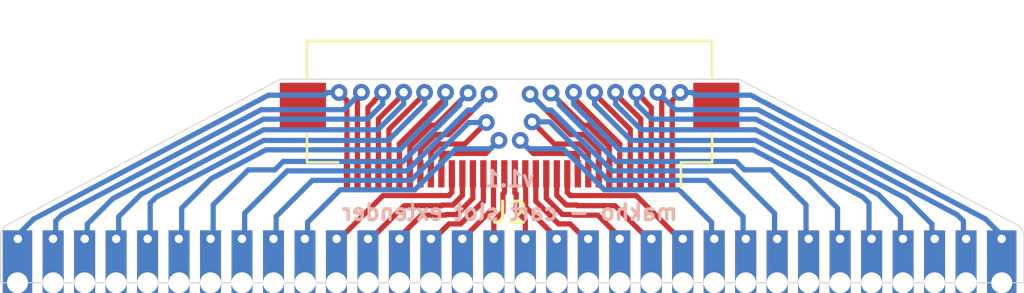
<source format=kicad_pcb>
(kicad_pcb (version 20171130) (host pcbnew "(5.1.5)-2")

  (general
    (thickness 1.6)
    (drawings 14)
    (tracks 355)
    (zones 0)
    (modules 2)
    (nets 33)
  )

  (page A4)
  (layers
    (0 F.Cu signal)
    (31 B.Cu signal)
    (32 B.Adhes user)
    (33 F.Adhes user)
    (34 B.Paste user)
    (35 F.Paste user)
    (36 B.SilkS user)
    (37 F.SilkS user)
    (38 B.Mask user)
    (39 F.Mask user)
    (40 Dwgs.User user)
    (41 Cmts.User user)
    (42 Eco1.User user)
    (43 Eco2.User user)
    (44 Edge.Cuts user)
    (45 Margin user)
    (46 B.CrtYd user)
    (47 F.CrtYd user)
    (48 B.Fab user)
    (49 F.Fab user)
  )

  (setup
    (last_trace_width 0.25)
    (trace_clearance 0.2)
    (zone_clearance 0.508)
    (zone_45_only no)
    (trace_min 0.2)
    (via_size 0.8)
    (via_drill 0.4)
    (via_min_size 0.4)
    (via_min_drill 0.3)
    (uvia_size 0.3)
    (uvia_drill 0.1)
    (uvias_allowed no)
    (uvia_min_size 0.2)
    (uvia_min_drill 0.1)
    (edge_width 0.05)
    (segment_width 0.2)
    (pcb_text_width 0.3)
    (pcb_text_size 1.5 1.5)
    (mod_edge_width 0.12)
    (mod_text_size 1 1)
    (mod_text_width 0.15)
    (pad_size 1.524 1.524)
    (pad_drill 0.762)
    (pad_to_mask_clearance 0.051)
    (solder_mask_min_width 0.25)
    (aux_axis_origin 0 0)
    (visible_elements 7FFFFFFF)
    (pcbplotparams
      (layerselection 0x010f0_ffffffff)
      (usegerberextensions true)
      (usegerberattributes false)
      (usegerberadvancedattributes false)
      (creategerberjobfile false)
      (excludeedgelayer true)
      (linewidth 0.100000)
      (plotframeref false)
      (viasonmask false)
      (mode 1)
      (useauxorigin false)
      (hpglpennumber 1)
      (hpglpenspeed 20)
      (hpglpendiameter 15.000000)
      (psnegative false)
      (psa4output false)
      (plotreference true)
      (plotvalue true)
      (plotinvisibletext false)
      (padsonsilk false)
      (subtractmaskfromsilk false)
      (outputformat 1)
      (mirror false)
      (drillshape 0)
      (scaleselection 1)
      (outputdirectory "bottom pcb gerber/"))
  )

  (net 0 "")
  (net 1 "Net-(J1-Pad1)")
  (net 2 "Net-(J1-Pad2)")
  (net 3 "Net-(J1-Pad4)")
  (net 4 "Net-(J1-Pad5)")
  (net 5 "Net-(J1-Pad6)")
  (net 6 "Net-(J1-Pad7)")
  (net 7 "Net-(J1-Pad8)")
  (net 8 "Net-(J1-Pad9)")
  (net 9 "Net-(J1-Pad10)")
  (net 10 "Net-(J1-Pad11)")
  (net 11 "Net-(J1-Pad12)")
  (net 12 "Net-(J1-Pad13)")
  (net 13 "Net-(J1-Pad14)")
  (net 14 "Net-(J1-Pad15)")
  (net 15 "Net-(J1-Pad16)")
  (net 16 "Net-(J1-Pad17)")
  (net 17 "Net-(J1-Pad18)")
  (net 18 "Net-(J1-Pad19)")
  (net 19 "Net-(J1-Pad20)")
  (net 20 "Net-(J1-Pad21)")
  (net 21 "Net-(J1-Pad3)")
  (net 22 "Net-(J1-Pad22)")
  (net 23 "Net-(J1-Pad23)")
  (net 24 "Net-(J1-Pad24)")
  (net 25 "Net-(J1-Pad25)")
  (net 26 "Net-(J1-Pad26)")
  (net 27 "Net-(J1-Pad27)")
  (net 28 "Net-(J1-Pad28)")
  (net 29 "Net-(J1-Pad29)")
  (net 30 "Net-(J1-Pad30)")
  (net 31 "Net-(J1-Pad31)")
  (net 32 "Net-(J1-Pad32)")

  (net_class Default "This is the default net class."
    (clearance 0.2)
    (trace_width 0.25)
    (via_dia 0.8)
    (via_drill 0.4)
    (uvia_dia 0.3)
    (uvia_drill 0.1)
    (add_net "Net-(J1-Pad1)")
    (add_net "Net-(J1-Pad10)")
    (add_net "Net-(J1-Pad11)")
    (add_net "Net-(J1-Pad12)")
    (add_net "Net-(J1-Pad13)")
    (add_net "Net-(J1-Pad14)")
    (add_net "Net-(J1-Pad15)")
    (add_net "Net-(J1-Pad16)")
    (add_net "Net-(J1-Pad17)")
    (add_net "Net-(J1-Pad18)")
    (add_net "Net-(J1-Pad19)")
    (add_net "Net-(J1-Pad2)")
    (add_net "Net-(J1-Pad20)")
    (add_net "Net-(J1-Pad21)")
    (add_net "Net-(J1-Pad22)")
    (add_net "Net-(J1-Pad23)")
    (add_net "Net-(J1-Pad24)")
    (add_net "Net-(J1-Pad25)")
    (add_net "Net-(J1-Pad26)")
    (add_net "Net-(J1-Pad27)")
    (add_net "Net-(J1-Pad28)")
    (add_net "Net-(J1-Pad29)")
    (add_net "Net-(J1-Pad3)")
    (add_net "Net-(J1-Pad30)")
    (add_net "Net-(J1-Pad31)")
    (add_net "Net-(J1-Pad32)")
    (add_net "Net-(J1-Pad4)")
    (add_net "Net-(J1-Pad5)")
    (add_net "Net-(J1-Pad6)")
    (add_net "Net-(J1-Pad7)")
    (add_net "Net-(J1-Pad8)")
    (add_net "Net-(J1-Pad9)")
  )

  (module Connector_FFC-FPC:Hirose_FH12-32S-0.5SH_1x32-1MP_P0.50mm_Horizontal (layer F.Cu) (tedit 5E6D1EA2) (tstamp 5E6D3B8E)
    (at 0 0 180)
    (descr "Hirose FH12, FFC/FPC connector, FH12-32S-0.5SH, 32 Pins per row (https://www.hirose.com/product/en/products/FH12/FH12-24S-0.5SH(55)/), generated with kicad-footprint-generator")
    (tags "connector Hirose FH12 horizontal")
    (path /5E394A9B)
    (attr smd)
    (fp_text reference J2 (at 0 -3.7 180) (layer F.SilkS)
      (effects (font (size 1 1) (thickness 0.15)))
    )
    (fp_text value Conn_01x32_Male (at 0 5.6 180) (layer F.Fab)
      (effects (font (size 1 1) (thickness 0.15)))
    )
    (fp_text user %R (at 0 3.7 180) (layer F.Fab)
      (effects (font (size 1 1) (thickness 0.15)))
    )
    (fp_line (start 11.05 -3) (end -11.05 -3) (layer F.CrtYd) (width 0.05))
    (fp_line (start 11.05 4.9) (end 11.05 -3) (layer F.CrtYd) (width 0.05))
    (fp_line (start -11.05 4.9) (end 11.05 4.9) (layer F.CrtYd) (width 0.05))
    (fp_line (start -11.05 -3) (end -11.05 4.9) (layer F.CrtYd) (width 0.05))
    (fp_line (start -7.75 -0.492893) (end -7.25 -1.2) (layer F.Fab) (width 0.1))
    (fp_line (start -8.25 -1.2) (end -7.75 -0.492893) (layer F.Fab) (width 0.1))
    (fp_line (start -8.16 -1.3) (end -8.16 -2.5) (layer F.SilkS) (width 0.12))
    (fp_line (start 9.65 4.5) (end 9.65 2.76) (layer F.SilkS) (width 0.12))
    (fp_line (start -9.65 4.5) (end 9.65 4.5) (layer F.SilkS) (width 0.12))
    (fp_line (start -9.65 2.76) (end -9.65 4.5) (layer F.SilkS) (width 0.12))
    (fp_line (start 9.65 -1.3) (end 9.65 0.04) (layer F.SilkS) (width 0.12))
    (fp_line (start 8.16 -1.3) (end 9.65 -1.3) (layer F.SilkS) (width 0.12))
    (fp_line (start -9.65 -1.3) (end -9.65 0.04) (layer F.SilkS) (width 0.12))
    (fp_line (start -8.16 -1.3) (end -9.65 -1.3) (layer F.SilkS) (width 0.12))
    (fp_line (start 9.45 4.4) (end 0 4.4) (layer F.Fab) (width 0.1))
    (fp_line (start 9.45 3.7) (end 9.45 4.4) (layer F.Fab) (width 0.1))
    (fp_line (start 8.95 3.7) (end 9.45 3.7) (layer F.Fab) (width 0.1))
    (fp_line (start 8.95 3.4) (end 8.95 3.7) (layer F.Fab) (width 0.1))
    (fp_line (start 9.55 3.4) (end 8.95 3.4) (layer F.Fab) (width 0.1))
    (fp_line (start 9.55 -1.2) (end 9.55 3.4) (layer F.Fab) (width 0.1))
    (fp_line (start 0 -1.2) (end 9.55 -1.2) (layer F.Fab) (width 0.1))
    (fp_line (start -9.45 4.4) (end 0 4.4) (layer F.Fab) (width 0.1))
    (fp_line (start -9.45 3.7) (end -9.45 4.4) (layer F.Fab) (width 0.1))
    (fp_line (start -8.95 3.7) (end -9.45 3.7) (layer F.Fab) (width 0.1))
    (fp_line (start -8.95 3.4) (end -8.95 3.7) (layer F.Fab) (width 0.1))
    (fp_line (start -9.55 3.4) (end -8.95 3.4) (layer F.Fab) (width 0.1))
    (fp_line (start -9.55 -1.2) (end -9.55 3.4) (layer F.Fab) (width 0.1))
    (fp_line (start 0 -1.2) (end -9.55 -1.2) (layer F.Fab) (width 0.1))
    (pad 32 smd rect (at 7.75 -1.85 180) (size 0.3 1.3) (layers F.Cu F.Paste F.Mask)
      (net 1 "Net-(J1-Pad1)"))
    (pad 31 smd rect (at 7.25 -1.85 180) (size 0.3 1.3) (layers F.Cu F.Paste F.Mask)
      (net 2 "Net-(J1-Pad2)"))
    (pad 30 smd rect (at 6.75 -1.85 180) (size 0.3 1.3) (layers F.Cu F.Paste F.Mask)
      (net 21 "Net-(J1-Pad3)"))
    (pad 29 smd rect (at 6.25 -1.85 180) (size 0.3 1.3) (layers F.Cu F.Paste F.Mask)
      (net 3 "Net-(J1-Pad4)"))
    (pad 28 smd rect (at 5.75 -1.85 180) (size 0.3 1.3) (layers F.Cu F.Paste F.Mask)
      (net 4 "Net-(J1-Pad5)"))
    (pad 27 smd rect (at 5.25 -1.85 180) (size 0.3 1.3) (layers F.Cu F.Paste F.Mask)
      (net 5 "Net-(J1-Pad6)"))
    (pad 26 smd rect (at 4.75 -1.85 180) (size 0.3 1.3) (layers F.Cu F.Paste F.Mask)
      (net 6 "Net-(J1-Pad7)"))
    (pad 25 smd rect (at 4.25 -1.85 180) (size 0.3 1.3) (layers F.Cu F.Paste F.Mask)
      (net 7 "Net-(J1-Pad8)"))
    (pad 24 smd rect (at 3.75 -1.85 180) (size 0.3 1.3) (layers F.Cu F.Paste F.Mask)
      (net 8 "Net-(J1-Pad9)"))
    (pad 23 smd rect (at 3.25 -1.85 180) (size 0.3 1.3) (layers F.Cu F.Paste F.Mask)
      (net 9 "Net-(J1-Pad10)"))
    (pad 22 smd rect (at 2.75 -1.85 180) (size 0.3 1.3) (layers F.Cu F.Paste F.Mask)
      (net 10 "Net-(J1-Pad11)"))
    (pad 21 smd rect (at 2.25 -1.85 180) (size 0.3 1.3) (layers F.Cu F.Paste F.Mask)
      (net 11 "Net-(J1-Pad12)"))
    (pad 20 smd rect (at 1.75 -1.85 180) (size 0.3 1.3) (layers F.Cu F.Paste F.Mask)
      (net 12 "Net-(J1-Pad13)"))
    (pad 19 smd rect (at 1.25 -1.85 180) (size 0.3 1.3) (layers F.Cu F.Paste F.Mask)
      (net 13 "Net-(J1-Pad14)"))
    (pad 18 smd rect (at 0.75 -1.85 180) (size 0.3 1.3) (layers F.Cu F.Paste F.Mask)
      (net 14 "Net-(J1-Pad15)"))
    (pad 17 smd rect (at 0.25 -1.85 180) (size 0.3 1.3) (layers F.Cu F.Paste F.Mask)
      (net 15 "Net-(J1-Pad16)"))
    (pad 16 smd rect (at -0.25 -1.85 180) (size 0.3 1.3) (layers F.Cu F.Paste F.Mask)
      (net 16 "Net-(J1-Pad17)"))
    (pad 15 smd rect (at -0.75 -1.85 180) (size 0.3 1.3) (layers F.Cu F.Paste F.Mask)
      (net 17 "Net-(J1-Pad18)"))
    (pad 14 smd rect (at -1.25 -1.85 180) (size 0.3 1.3) (layers F.Cu F.Paste F.Mask)
      (net 18 "Net-(J1-Pad19)"))
    (pad 13 smd rect (at -1.75 -1.85 180) (size 0.3 1.3) (layers F.Cu F.Paste F.Mask)
      (net 19 "Net-(J1-Pad20)"))
    (pad 12 smd rect (at -2.25 -1.85 180) (size 0.3 1.3) (layers F.Cu F.Paste F.Mask)
      (net 20 "Net-(J1-Pad21)"))
    (pad 11 smd rect (at -2.75 -1.85 180) (size 0.3 1.3) (layers F.Cu F.Paste F.Mask)
      (net 22 "Net-(J1-Pad22)"))
    (pad 10 smd rect (at -3.25 -1.85 180) (size 0.3 1.3) (layers F.Cu F.Paste F.Mask)
      (net 23 "Net-(J1-Pad23)"))
    (pad 9 smd rect (at -3.75 -1.85 180) (size 0.3 1.3) (layers F.Cu F.Paste F.Mask)
      (net 24 "Net-(J1-Pad24)"))
    (pad 8 smd rect (at -4.25 -1.85 180) (size 0.3 1.3) (layers F.Cu F.Paste F.Mask)
      (net 25 "Net-(J1-Pad25)"))
    (pad 7 smd rect (at -4.75 -1.85 180) (size 0.3 1.3) (layers F.Cu F.Paste F.Mask)
      (net 26 "Net-(J1-Pad26)"))
    (pad 6 smd rect (at -5.25 -1.85 180) (size 0.3 1.3) (layers F.Cu F.Paste F.Mask)
      (net 27 "Net-(J1-Pad27)"))
    (pad 5 smd rect (at -5.75 -1.85 180) (size 0.3 1.3) (layers F.Cu F.Paste F.Mask)
      (net 28 "Net-(J1-Pad28)"))
    (pad 4 smd rect (at -6.25 -1.85 180) (size 0.3 1.3) (layers F.Cu F.Paste F.Mask)
      (net 29 "Net-(J1-Pad29)"))
    (pad 3 smd rect (at -6.75 -1.85 180) (size 0.3 1.3) (layers F.Cu F.Paste F.Mask)
      (net 30 "Net-(J1-Pad30)"))
    (pad 2 smd rect (at -7.25 -1.85 180) (size 0.3 1.3) (layers F.Cu F.Paste F.Mask)
      (net 31 "Net-(J1-Pad31)"))
    (pad 1 smd rect (at -7.75 -1.85 180) (size 0.3 1.3) (layers F.Cu F.Paste F.Mask)
      (net 32 "Net-(J1-Pad32)"))
    (pad MP smd rect (at -9.85 1.4 180) (size 2.2 2.2) (layers F.Cu F.Paste F.Mask))
    (pad MP smd rect (at 9.85 1.4 180) (size 2.2 2.2) (layers F.Cu F.Paste F.Mask))
    (model ${KISYS3DMOD}/Connector_FFC-FPC.3dshapes/Hirose_FH12-32S-0.5SH_1x32-1MP_P0.50mm_Horizontal.wrl
      (at (xyz 0 0 0))
      (scale (xyz 1 1 1))
      (rotate (xyz 0 0 0))
    )
  )

  (module misc_footprints:GBBus_castellated (layer F.Cu) (tedit 5E6D2509) (tstamp 5E6D3C35)
    (at 0 4.5)
    (descr "Connector Pads for Gameboy Cartridges")
    (path /5E38E277)
    (fp_text reference J1 (at 23.12 -2.565) (layer F.SilkS) hide
      (effects (font (size 1.27 1.27) (thickness 0.15)))
    )
    (fp_text value GB_Cart_Conn (at 24.49 -7.525) (layer F.SilkS) hide
      (effects (font (size 1.27 1.27) (thickness 0.15)))
    )
    (pad 32 thru_hole rect (at 23.45 2.55 180) (size 1.4 3) (drill 1 (offset 0 1)) (layers *.Cu *.Mask)
      (net 32 "Net-(J1-Pad32)") (solder_mask_margin 0.0508))
    (pad 31 thru_hole rect (at 21.75 2.55 180) (size 1 3) (drill 1 (offset 0 1)) (layers *.Cu *.Mask)
      (net 31 "Net-(J1-Pad31)") (solder_mask_margin 0.0508))
    (pad 30 thru_hole rect (at 20.25 2.55 180) (size 1 3) (drill 1 (offset 0 1)) (layers *.Cu *.Mask)
      (net 30 "Net-(J1-Pad30)") (solder_mask_margin 0.0508))
    (pad 29 thru_hole rect (at 18.75 2.55 180) (size 1 3) (drill 1 (offset 0 1)) (layers *.Cu *.Mask)
      (net 29 "Net-(J1-Pad29)") (solder_mask_margin 0.0508))
    (pad 28 thru_hole rect (at 17.25 2.55 180) (size 1 3) (drill 1 (offset 0 1)) (layers *.Cu *.Mask)
      (net 28 "Net-(J1-Pad28)") (solder_mask_margin 0.0508))
    (pad 27 thru_hole rect (at 15.75 2.55 180) (size 1 3) (drill 1 (offset 0 1)) (layers *.Cu *.Mask)
      (net 27 "Net-(J1-Pad27)") (solder_mask_margin 0.0508))
    (pad 26 thru_hole rect (at 14.25 2.55 180) (size 1 3) (drill 1 (offset 0 1)) (layers *.Cu *.Mask)
      (net 26 "Net-(J1-Pad26)") (solder_mask_margin 0.0508))
    (pad 25 thru_hole rect (at 12.75 2.55 180) (size 1 3) (drill 1 (offset 0 1)) (layers *.Cu *.Mask)
      (net 25 "Net-(J1-Pad25)") (solder_mask_margin 0.0508))
    (pad 24 thru_hole rect (at 11.25 2.55 180) (size 1 3) (drill 1 (offset 0 1)) (layers *.Cu *.Mask)
      (net 24 "Net-(J1-Pad24)") (solder_mask_margin 0.0508))
    (pad 23 thru_hole rect (at 9.75 2.55 180) (size 1 3) (drill 1 (offset 0 1)) (layers *.Cu *.Mask)
      (net 23 "Net-(J1-Pad23)") (solder_mask_margin 0.0508))
    (pad 22 thru_hole rect (at 8.25 2.55 180) (size 1 3) (drill 1 (offset 0 1)) (layers *.Cu *.Mask)
      (net 22 "Net-(J1-Pad22)") (solder_mask_margin 0.0508))
    (pad 3 thru_hole rect (at -20.25 2.55 180) (size 1 3) (drill 1 (offset 0 1)) (layers *.Cu *.Mask)
      (net 21 "Net-(J1-Pad3)") (solder_mask_margin 0.0508))
    (pad 21 thru_hole rect (at 6.75 2.55 180) (size 1 3) (drill 1 (offset 0 1)) (layers *.Cu *.Mask)
      (net 20 "Net-(J1-Pad21)") (solder_mask_margin 0.0508))
    (pad 20 thru_hole rect (at 5.25 2.55 180) (size 1 3) (drill 1 (offset 0 1)) (layers *.Cu *.Mask)
      (net 19 "Net-(J1-Pad20)") (solder_mask_margin 0.0508))
    (pad 19 thru_hole rect (at 3.75 2.55 180) (size 1 3) (drill 1 (offset 0 1)) (layers *.Cu *.Mask)
      (net 18 "Net-(J1-Pad19)") (solder_mask_margin 0.0508))
    (pad 18 thru_hole rect (at 2.25 2.55 180) (size 1 3) (drill 1 (offset 0 1)) (layers *.Cu *.Mask)
      (net 17 "Net-(J1-Pad18)") (solder_mask_margin 0.0508))
    (pad 17 thru_hole rect (at 0.75 2.55 180) (size 1 3) (drill 1 (offset 0 1)) (layers *.Cu *.Mask)
      (net 16 "Net-(J1-Pad17)") (solder_mask_margin 0.0508))
    (pad 16 thru_hole rect (at -0.75 2.55 180) (size 1 3) (drill 1 (offset 0 1)) (layers *.Cu *.Mask)
      (net 15 "Net-(J1-Pad16)") (solder_mask_margin 0.0508))
    (pad 15 thru_hole rect (at -2.25 2.55 180) (size 1 3) (drill 1 (offset 0 1)) (layers *.Cu *.Mask)
      (net 14 "Net-(J1-Pad15)") (solder_mask_margin 0.0508))
    (pad 14 thru_hole rect (at -3.75 2.55 180) (size 1 3) (drill 1 (offset 0 1)) (layers *.Cu *.Mask)
      (net 13 "Net-(J1-Pad14)") (solder_mask_margin 0.0508))
    (pad 13 thru_hole rect (at -5.25 2.55 180) (size 1 3) (drill 1 (offset 0 1)) (layers *.Cu *.Mask)
      (net 12 "Net-(J1-Pad13)") (solder_mask_margin 0.0508))
    (pad 12 thru_hole rect (at -6.75 2.55 180) (size 1 3) (drill 1 (offset 0 1)) (layers *.Cu *.Mask)
      (net 11 "Net-(J1-Pad12)") (solder_mask_margin 0.0508))
    (pad 11 thru_hole rect (at -8.25 2.55 180) (size 1 3) (drill 1 (offset 0 1)) (layers *.Cu *.Mask)
      (net 10 "Net-(J1-Pad11)") (solder_mask_margin 0.0508))
    (pad 10 thru_hole rect (at -9.75 2.55 180) (size 1 3) (drill 1 (offset 0 1)) (layers *.Cu *.Mask)
      (net 9 "Net-(J1-Pad10)") (solder_mask_margin 0.0508))
    (pad 9 thru_hole rect (at -11.25 2.55 180) (size 1 3) (drill 1 (offset 0 1)) (layers *.Cu *.Mask)
      (net 8 "Net-(J1-Pad9)") (solder_mask_margin 0.0508))
    (pad 8 thru_hole rect (at -12.75 2.55 180) (size 1 3) (drill 1 (offset 0 1)) (layers *.Cu *.Mask)
      (net 7 "Net-(J1-Pad8)") (solder_mask_margin 0.0508))
    (pad 7 thru_hole rect (at -14.25 2.55 180) (size 1 3) (drill 1 (offset 0 1)) (layers *.Cu *.Mask)
      (net 6 "Net-(J1-Pad7)") (solder_mask_margin 0.0508))
    (pad 6 thru_hole rect (at -15.75 2.55 180) (size 1 3) (drill 1 (offset 0 1)) (layers *.Cu *.Mask)
      (net 5 "Net-(J1-Pad6)") (solder_mask_margin 0.0508))
    (pad 5 thru_hole rect (at -17.25 2.55 180) (size 1 3) (drill 1 (offset 0 1)) (layers *.Cu *.Mask)
      (net 4 "Net-(J1-Pad5)") (solder_mask_margin 0.0508))
    (pad 4 thru_hole rect (at -18.75 2.55 180) (size 1 3) (drill 1 (offset 0 1)) (layers *.Cu *.Mask)
      (net 3 "Net-(J1-Pad4)") (solder_mask_margin 0.0508))
    (pad 2 thru_hole rect (at -21.75 2.55 180) (size 1 3) (drill 1 (offset 0 1)) (layers *.Cu *.Mask)
      (net 2 "Net-(J1-Pad2)") (solder_mask_margin 0.0508))
    (pad 1 thru_hole rect (at -23.45 2.55 180) (size 1.4 3) (drill 1 (offset 0 1)) (layers *.Cu *.Mask)
      (net 1 "Net-(J1-Pad1)") (solder_mask_margin 0.0508))
  )

  (gr_arc (start 10.807699 -2.184401) (end 10.795 -2.667) (angle 35.58463104) (layer Edge.Cuts) (width 0.05) (tstamp 5E6D9B9B))
  (gr_arc (start -10.807699 -2.184401) (end -10.795 -2.667) (angle -35.58463104) (layer Edge.Cuts) (width 0.05))
  (gr_arc (start -23.5966 4.85) (end -24.257 4.85) (angle 65.29756977) (layer Edge.Cuts) (width 0.05) (tstamp 5E6D9B7E))
  (gr_arc (start 23.8506 4.85) (end 24.511 4.85) (angle -65.29756977) (layer Edge.Cuts) (width 0.05))
  (gr_text "makho - cart slot extender" (at 0 3.683) (layer B.SilkS) (tstamp 5E6D99FE)
    (effects (font (size 0.75 0.75) (thickness 0.15)) (justify mirror))
  )
  (gr_text v1.1 (at 0 2.0955) (layer B.SilkS) (tstamp 5E6D99F9)
    (effects (font (size 0.75 0.75) (thickness 0.15)) (justify mirror))
  )
  (gr_text v1.1 (at 0 2.0955) (layer B.Cu) (tstamp 5E6D99F6)
    (effects (font (size 0.75 0.75) (thickness 0.15)) (justify mirror))
  )
  (gr_text "makho - cart slot extender" (at 0 3.683) (layer B.Cu)
    (effects (font (size 0.75 0.75) (thickness 0.15)) (justify mirror))
  )
  (gr_line (start -24.257 4.85) (end -24.257 7.0485) (layer Edge.Cuts) (width 0.05))
  (gr_line (start -11.078198 -2.584268) (end -23.872585 4.250033) (layer Edge.Cuts) (width 0.05))
  (gr_line (start 10.795 -2.667) (end -10.795 -2.667) (layer Edge.Cuts) (width 0.05))
  (gr_line (start 24.126585 4.250033) (end 11.078198 -2.584268) (layer Edge.Cuts) (width 0.05))
  (gr_line (start 24.511 7.0485) (end 24.511 4.85) (layer Edge.Cuts) (width 0.05))
  (gr_line (start -24.257 7.0485) (end 24.511 7.0485) (layer Edge.Cuts) (width 0.05))

  (via (at -8.128 -2.032) (size 0.8) (drill 0.4) (layers F.Cu B.Cu) (net 1))
  (segment (start -7.75 1.85) (end -7.75 -1.654) (width 0.25) (layer F.Cu) (net 1))
  (segment (start -7.75 -1.654) (end -8.128 -2.032) (width 0.25) (layer F.Cu) (net 1))
  (segment (start -8.128 -2.032) (end -8.693685 -2.032) (width 0.25) (layer B.Cu) (net 1))
  (segment (start -8.693685 -2.032) (end -8.820685 -1.905) (width 0.25) (layer B.Cu) (net 1))
  (segment (start -22.673045 4.004045) (end -23.325 4.656) (width 0.25) (layer B.Cu) (net 1))
  (segment (start -23.325 4.656) (end -23.325 4.8465) (width 0.25) (layer B.Cu) (net 1))
  (segment (start -11.488066 -1.905) (end -11.838224 -1.720011) (width 0.25) (layer B.Cu) (net 1))
  (segment (start -8.820685 -1.905) (end -11.488066 -1.905) (width 0.25) (layer B.Cu) (net 1))
  (segment (start -11.838224 -1.720011) (end -22.673045 4.004045) (width 0.25) (layer B.Cu) (net 1))
  (segment (start -23.325 4.8465) (end -23.325 6.76199) (width 0.25) (layer B.Cu) (net 1) (tstamp 5E6D9A03))
  (via (at -23.4315 4.953) (size 0.8) (drill 0.4) (layers F.Cu B.Cu) (net 1))
  (segment (start -7.892785 -1.212011) (end -7.462805 -1.641991) (width 0.25) (layer B.Cu) (net 2))
  (segment (start -11.836428 -1.212011) (end -7.892785 -1.212011) (width 0.25) (layer B.Cu) (net 2))
  (via (at -7.062806 -2.04199) (size 0.8) (drill 0.4) (layers F.Cu B.Cu) (net 2))
  (segment (start -7.25 1.85) (end -7.25 -1.854796) (width 0.25) (layer F.Cu) (net 2))
  (segment (start -7.25 -1.854796) (end -7.062806 -2.04199) (width 0.25) (layer F.Cu) (net 2))
  (segment (start -21.625 4.099) (end -21.328858 3.802858) (width 0.25) (layer B.Cu) (net 2))
  (segment (start -21.328858 3.802858) (end -11.836428 -1.212011) (width 0.25) (layer B.Cu) (net 2))
  (segment (start -21.625 6.76199) (end -21.625 4.861) (width 0.25) (layer B.Cu) (net 2))
  (segment (start -7.462805 -1.641991) (end -7.062806 -2.04199) (width 0.25) (layer B.Cu) (net 2))
  (segment (start -21.625 4.861) (end -21.625 4.099) (width 0.25) (layer B.Cu) (net 2) (tstamp 5E6D9A05))
  (via (at -21.7551 4.953) (size 0.8) (drill 0.4) (layers F.Cu B.Cu) (net 2))
  (via (at -5.050135 -2.04199) (size 0.8) (drill 0.4) (layers F.Cu B.Cu) (net 3))
  (segment (start -6.25 -0.769132) (end -5.050135 -1.968997) (width 0.25) (layer F.Cu) (net 3))
  (segment (start -6.27244 -0.254) (end -5.050135 -1.476305) (width 0.25) (layer B.Cu) (net 3))
  (segment (start -5.050135 -1.476305) (end -5.050135 -2.04199) (width 0.25) (layer B.Cu) (net 3))
  (segment (start -11.723067 -0.254) (end -6.27244 -0.254) (width 0.25) (layer B.Cu) (net 3))
  (segment (start -6.25 1.85) (end -6.25 -0.769132) (width 0.25) (layer F.Cu) (net 3))
  (segment (start -5.050135 -1.968997) (end -5.050135 -2.04199) (width 0.25) (layer F.Cu) (net 3))
  (segment (start -18.625 3.893) (end -17.563524 2.831524) (width 0.25) (layer B.Cu) (net 3))
  (segment (start -17.563524 2.831524) (end -11.723067 -0.254) (width 0.25) (layer B.Cu) (net 3))
  (segment (start -18.625 6.76199) (end -18.625 4.782) (width 0.25) (layer B.Cu) (net 3))
  (segment (start -18.625 4.782) (end -18.625 3.893) (width 0.25) (layer B.Cu) (net 3) (tstamp 5E6D9A09))
  (via (at -18.7452 4.953) (size 0.8) (drill 0.4) (layers F.Cu B.Cu) (net 3))
  (via (at -4.050142 -2.037915) (size 0.8) (drill 0.4) (layers F.Cu B.Cu) (net 4))
  (segment (start -4.050142 -1.47223) (end -4.050142 -2.037915) (width 0.25) (layer B.Cu) (net 4))
  (segment (start -4.050142 -1.968981) (end -4.050142 -2.037915) (width 0.25) (layer F.Cu) (net 4))
  (segment (start -5.75 1.85) (end -5.75 -0.269123) (width 0.25) (layer F.Cu) (net 4))
  (segment (start -17.125 6.76199) (end -17.125 4.806) (width 0.25) (layer B.Cu) (net 4))
  (segment (start -5.776372 0.254) (end -4.050142 -1.47223) (width 0.25) (layer B.Cu) (net 4))
  (segment (start -5.75 -0.269123) (end -4.050142 -1.968981) (width 0.25) (layer F.Cu) (net 4))
  (segment (start -11.721271 0.254) (end -5.776372 0.254) (width 0.25) (layer B.Cu) (net 4))
  (segment (start -16.83401 2.955069) (end -11.721271 0.254) (width 0.25) (layer B.Cu) (net 4))
  (segment (start -17.125 3.246059) (end -16.83401 2.955069) (width 0.25) (layer B.Cu) (net 4))
  (segment (start -17.125 4.806) (end -17.125 3.246059) (width 0.25) (layer B.Cu) (net 4) (tstamp 5E6D9A0B))
  (via (at -17.2466 4.953) (size 0.8) (drill 0.4) (layers F.Cu B.Cu) (net 4))
  (via (at -3.050139 -2.04199) (size 0.8) (drill 0.4) (layers F.Cu B.Cu) (net 5))
  (segment (start -11.609708 0.70401) (end -5.230454 0.70401) (width 0.25) (layer B.Cu) (net 5))
  (segment (start -3.050139 -1.476305) (end -3.050139 -2.04199) (width 0.25) (layer B.Cu) (net 5))
  (segment (start -15.625 6.76199) (end -15.625 4.8935) (width 0.25) (layer B.Cu) (net 5))
  (segment (start -14.220285 2.083182) (end -11.609708 0.70401) (width 0.25) (layer B.Cu) (net 5))
  (segment (start -15.625 3.487897) (end -14.220285 2.083182) (width 0.25) (layer B.Cu) (net 5))
  (segment (start -5.230454 0.70401) (end -3.050139 -1.476305) (width 0.25) (layer B.Cu) (net 5))
  (segment (start -3.050139 -1.780507) (end -3.050139 -2.04199) (width 0.25) (layer F.Cu) (net 5))
  (segment (start -5.25 1.85) (end -5.25 0.419354) (width 0.25) (layer F.Cu) (net 5))
  (segment (start -5.25 0.419354) (end -3.050139 -1.780507) (width 0.25) (layer F.Cu) (net 5))
  (segment (start -15.625 4.8935) (end -15.625 3.487897) (width 0.25) (layer B.Cu) (net 5) (tstamp 5E6D9A0D))
  (via (at -15.7607 4.953) (size 0.8) (drill 0.4) (layers F.Cu B.Cu) (net 5))
  (via (at -1.975114 -2.008581) (size 0.8) (drill 0.4) (layers F.Cu B.Cu) (net 6))
  (segment (start -4.75 1.85) (end -4.75 0.555765) (width 0.25) (layer F.Cu) (net 6))
  (segment (start -2.375113 -1.608582) (end -1.975114 -2.008581) (width 0.25) (layer F.Cu) (net 6))
  (segment (start -3.719201 -0.475034) (end -3.508661 -0.475034) (width 0.25) (layer F.Cu) (net 6))
  (segment (start -4.75 0.555765) (end -3.719201 -0.475034) (width 0.25) (layer F.Cu) (net 6))
  (segment (start -3.508661 -0.475034) (end -2.375113 -1.608582) (width 0.25) (layer F.Cu) (net 6))
  (segment (start -10.7868 1.258978) (end -5.07321 1.258978) (width 0.25) (layer B.Cu) (net 6))
  (segment (start -2.375113 -1.439119) (end -2.375113 -1.608582) (width 0.25) (layer B.Cu) (net 6))
  (segment (start -2.375113 -1.608582) (end -1.975114 -2.008581) (width 0.25) (layer B.Cu) (net 6))
  (segment (start -5.07321 1.258978) (end -2.375113 -1.439119) (width 0.25) (layer B.Cu) (net 6))
  (segment (start -11.186821 1.658999) (end -10.7868 1.258978) (width 0.25) (layer B.Cu) (net 6))
  (segment (start -14.125 6.76199) (end -14.125 4.854) (width 0.25) (layer B.Cu) (net 6))
  (segment (start -12.453999 1.658999) (end -11.186821 1.658999) (width 0.25) (layer B.Cu) (net 6))
  (segment (start -14.125 3.33) (end -12.453999 1.658999) (width 0.25) (layer B.Cu) (net 6))
  (segment (start -14.125 4.854) (end -14.125 3.33) (width 0.25) (layer B.Cu) (net 6) (tstamp 5E6D9A0F))
  (via (at -14.2494 4.953) (size 0.8) (drill 0.4) (layers F.Cu B.Cu) (net 6))
  (via (at -0.976608 -1.953712) (size 0.8) (drill 0.4) (layers F.Cu B.Cu) (net 7))
  (segment (start -4.25 1.85) (end -4.25 0.692176) (width 0.25) (layer F.Cu) (net 7))
  (segment (start -2.905297 -0.025023) (end -1.376607 -1.553713) (width 0.25) (layer F.Cu) (net 7))
  (segment (start -4.25 0.692176) (end -3.532801 -0.025023) (width 0.25) (layer F.Cu) (net 7))
  (segment (start -3.532801 -0.025023) (end -2.905297 -0.025023) (width 0.25) (layer F.Cu) (net 7))
  (segment (start -1.376607 -1.553713) (end -0.976608 -1.953712) (width 0.25) (layer F.Cu) (net 7))
  (segment (start -4.88681 1.708989) (end -1.984809 -1.193012) (width 0.25) (layer B.Cu) (net 7))
  (segment (start -1.984809 -1.193012) (end -1.737308 -1.193012) (width 0.25) (layer B.Cu) (net 7))
  (segment (start -10.6004 1.708989) (end -4.88681 1.708989) (width 0.25) (layer B.Cu) (net 7))
  (segment (start -1.737308 -1.193012) (end -1.376607 -1.553713) (width 0.25) (layer B.Cu) (net 7))
  (segment (start -12.625 6.76199) (end -12.625 4.878) (width 0.25) (layer B.Cu) (net 7))
  (segment (start -12.625 3.733589) (end -10.6004 1.708989) (width 0.25) (layer B.Cu) (net 7))
  (segment (start -1.376607 -1.553713) (end -0.976608 -1.953712) (width 0.25) (layer B.Cu) (net 7))
  (segment (start -12.625 4.878) (end -12.625 3.733589) (width 0.25) (layer B.Cu) (net 7) (tstamp 5E6D9A11))
  (via (at -12.7508 4.953) (size 0.8) (drill 0.4) (layers F.Cu B.Cu) (net 7))
  (segment (start -3.75 0.828587) (end -3.346401 0.424988) (width 0.25) (layer F.Cu) (net 8))
  (segment (start -3.346401 0.424988) (end -2.133673 0.424988) (width 0.25) (layer F.Cu) (net 8))
  (segment (start -3.75 1.85) (end -3.75 0.828587) (width 0.25) (layer F.Cu) (net 8))
  (segment (start -2.133673 0.424988) (end -1.108342 -0.600342) (width 0.25) (layer F.Cu) (net 8))
  (segment (start -4.70041 2.159) (end -9.398 2.159) (width 0.25) (layer B.Cu) (net 8))
  (segment (start -9.398 2.159) (end -11.125 3.886) (width 0.25) (layer B.Cu) (net 8))
  (segment (start -11.125 3.886) (end -11.125 4.902) (width 0.25) (layer B.Cu) (net 8))
  (via (at -1.108342 -0.600342) (size 0.8) (drill 0.4) (layers F.Cu B.Cu) (net 8))
  (segment (start -1.941068 -0.600342) (end -1.108342 -0.600342) (width 0.25) (layer B.Cu) (net 8))
  (segment (start -1.969205 -0.572205) (end -1.941068 -0.600342) (width 0.25) (layer B.Cu) (net 8))
  (segment (start -1.969205 -0.572205) (end -4.70041 2.159) (width 0.25) (layer B.Cu) (net 8))
  (segment (start -11.125 4.902) (end -11.125 6.76199) (width 0.25) (layer B.Cu) (net 8) (tstamp 5E6D9A13))
  (via (at -11.2522 4.953) (size 0.8) (drill 0.4) (layers F.Cu B.Cu) (net 8))
  (via (at -0.508 0.254) (size 0.8) (drill 0.4) (layers F.Cu B.Cu) (net 9))
  (segment (start -1.128999 0.874999) (end -0.508 0.254) (width 0.25) (layer F.Cu) (net 9))
  (segment (start -3.25 1.85) (end -3.225001 1.85) (width 0.25) (layer F.Cu) (net 9))
  (segment (start -3.225001 1.85) (end -3.225001 0.939999) (width 0.25) (layer F.Cu) (net 9))
  (segment (start -3.225001 0.939999) (end -3.160001 0.874999) (width 0.25) (layer F.Cu) (net 9))
  (segment (start -3.160001 0.874999) (end -1.128999 0.874999) (width 0.25) (layer F.Cu) (net 9))
  (segment (start -2.558999 0.653999) (end -4.51401 2.60901) (width 0.25) (layer B.Cu) (net 9))
  (segment (start -0.508 0.254) (end -0.907999 0.653999) (width 0.25) (layer B.Cu) (net 9))
  (segment (start -4.51401 2.60901) (end -8.07001 2.60901) (width 0.25) (layer B.Cu) (net 9))
  (segment (start -0.907999 0.653999) (end -2.558999 0.653999) (width 0.25) (layer B.Cu) (net 9))
  (segment (start -9.625 4.164) (end -9.625 4.8625) (width 0.25) (layer B.Cu) (net 9))
  (segment (start -8.07001 2.60901) (end -9.625 4.164) (width 0.25) (layer B.Cu) (net 9))
  (segment (start -9.625 4.8625) (end -9.625 6.76199) (width 0.25) (layer B.Cu) (net 9) (tstamp 5E6D9A15))
  (via (at -9.7536 4.953) (size 0.8) (drill 0.4) (layers F.Cu B.Cu) (net 9))
  (segment (start -8.125 4.978998) (end -8.125 6.76199) (width 0.25) (layer F.Cu) (net 10))
  (segment (start -6.034972 2.88897) (end -8.125 4.978998) (width 0.25) (layer F.Cu) (net 10))
  (segment (start -2.75 1.85) (end -2.75 2.735002) (width 0.25) (layer F.Cu) (net 10))
  (segment (start -2.75 2.735002) (end -2.839999 2.825001) (width 0.25) (layer F.Cu) (net 10))
  (segment (start -2.839999 2.838589) (end -2.89038 2.88897) (width 0.25) (layer F.Cu) (net 10))
  (segment (start -2.839999 2.825001) (end -2.839999 2.838589) (width 0.25) (layer F.Cu) (net 10))
  (segment (start -2.89038 2.88897) (end -6.034972 2.88897) (width 0.25) (layer F.Cu) (net 10))
  (segment (start -8.125 4.978998) (end -8.125 4.978998) (width 0.25) (layer F.Cu) (net 10) (tstamp 5E6D9A17))
  (via (at -8.2423 4.953) (size 0.8) (drill 0.4) (layers F.Cu B.Cu) (net 10))
  (segment (start -3.242599 3.371009) (end -5.022009 3.371009) (width 0.25) (layer F.Cu) (net 11))
  (segment (start -2.25 1.85) (end -2.25 2.885) (width 0.25) (layer F.Cu) (net 11))
  (segment (start -3.21057 3.33898) (end -3.242599 3.371009) (width 0.25) (layer F.Cu) (net 11))
  (segment (start -5.022009 3.371009) (end -6.625 4.974) (width 0.25) (layer F.Cu) (net 11))
  (segment (start -6.625 4.974) (end -6.625 6.76199) (width 0.25) (layer F.Cu) (net 11))
  (segment (start -2.70398 3.33898) (end -3.21057 3.33898) (width 0.25) (layer F.Cu) (net 11))
  (segment (start -2.25 2.885) (end -2.70398 3.33898) (width 0.25) (layer F.Cu) (net 11))
  (segment (start -6.625 4.974) (end -6.625 4.974) (width 0.25) (layer F.Cu) (net 11) (tstamp 5E6D9A19))
  (via (at -6.7437 4.953) (size 0.8) (drill 0.4) (layers F.Cu B.Cu) (net 11))
  (segment (start -3.056199 3.82102) (end -4.20202 3.82102) (width 0.25) (layer F.Cu) (net 12))
  (segment (start -5.125 4.744) (end -5.125 5.0615) (width 0.25) (layer F.Cu) (net 12))
  (segment (start -4.20202 3.82102) (end -5.125 4.744) (width 0.25) (layer F.Cu) (net 12))
  (segment (start -3.02417 3.788991) (end -3.056199 3.82102) (width 0.25) (layer F.Cu) (net 12))
  (segment (start -2.51758 3.788991) (end -3.02417 3.788991) (width 0.25) (layer F.Cu) (net 12))
  (segment (start -1.75 3.021411) (end -2.51758 3.788991) (width 0.25) (layer F.Cu) (net 12))
  (segment (start -1.75 1.85) (end -1.75 3.021411) (width 0.25) (layer F.Cu) (net 12))
  (segment (start -5.125 5.0615) (end -5.125 6.76199) (width 0.25) (layer F.Cu) (net 12) (tstamp 5E6D9A1B))
  (via (at -5.2451 4.953) (size 0.8) (drill 0.4) (layers F.Cu B.Cu) (net 12))
  (segment (start -2.331178 4.238999) (end -2.885001 4.238999) (width 0.25) (layer F.Cu) (net 13))
  (segment (start -1.25 1.85) (end -1.25 3.157821) (width 0.25) (layer F.Cu) (net 13))
  (segment (start -2.885001 4.238999) (end -3.625 4.978998) (width 0.25) (layer F.Cu) (net 13))
  (segment (start -3.625 4.978998) (end -3.625 4.978998) (width 0.25) (layer F.Cu) (net 13))
  (segment (start -1.25 3.157821) (end -2.331178 4.238999) (width 0.25) (layer F.Cu) (net 13))
  (segment (start -3.625 4.978998) (end -3.625 6.76199) (width 0.25) (layer F.Cu) (net 13) (tstamp 5E6D9A1D))
  (via (at -3.7465 4.953) (size 0.8) (drill 0.4) (layers F.Cu B.Cu) (net 13) (tstamp 5E6D9A91))
  (segment (start -0.767511 1.867511) (end -0.767511 3.482509) (width 0.25) (layer F.Cu) (net 14))
  (segment (start -0.767511 3.482509) (end -2.25 4.964998) (width 0.25) (layer F.Cu) (net 14))
  (segment (start -2.25 4.964998) (end -2.25 7.05) (width 0.25) (layer F.Cu) (net 14))
  (segment (start -0.75 1.85) (end -0.767511 1.867511) (width 0.25) (layer F.Cu) (net 14))
  (segment (start -2.25 4.964998) (end -2.25 4.964998) (width 0.25) (layer F.Cu) (net 14) (tstamp 5E6D9A1F))
  (via (at -2.2479 4.953) (size 0.8) (drill 0.4) (layers F.Cu B.Cu) (net 14))
  (segment (start -0.75 4.101408) (end -0.75 5.0045) (width 0.25) (layer F.Cu) (net 15))
  (segment (start -0.317502 3.66891) (end -0.75 4.101408) (width 0.25) (layer F.Cu) (net 15))
  (segment (start -0.25 2.75) (end -0.317501 2.817501) (width 0.25) (layer F.Cu) (net 15))
  (segment (start -0.317501 2.817501) (end -0.317502 3.66891) (width 0.25) (layer F.Cu) (net 15))
  (segment (start -0.25 1.85) (end -0.25 2.75) (width 0.25) (layer F.Cu) (net 15))
  (segment (start -0.75 5.0045) (end -0.75 7.05) (width 0.25) (layer F.Cu) (net 15) (tstamp 5E6D9A21))
  (via (at -0.75 4.953) (size 0.8) (drill 0.4) (layers F.Cu B.Cu) (net 15))
  (segment (start 0.25 2.75) (end 0.3175 2.8175) (width 0.25) (layer F.Cu) (net 16))
  (segment (start 0.25 1.85) (end 0.25 2.75) (width 0.25) (layer F.Cu) (net 16))
  (segment (start 0.3175 2.8175) (end 0.3175 3.6195) (width 0.25) (layer F.Cu) (net 16))
  (segment (start 0.75 4.052) (end 0.75 4.965) (width 0.25) (layer F.Cu) (net 16))
  (segment (start 0.3175 3.6195) (end 0.75 4.052) (width 0.25) (layer F.Cu) (net 16))
  (segment (start 0.75 4.965) (end 0.75 7.05) (width 0.25) (layer F.Cu) (net 16) (tstamp 5E6D9A23))
  (via (at 0.7493 4.953) (size 0.8) (drill 0.4) (layers F.Cu B.Cu) (net 16))
  (segment (start 0.75 1.85) (end 0.767511 1.867511) (width 0.25) (layer F.Cu) (net 17))
  (segment (start 0.767511 1.867511) (end 0.767511 3.433101) (width 0.25) (layer F.Cu) (net 17))
  (segment (start 2.25 4.91559) (end 2.25 5.1795) (width 0.25) (layer F.Cu) (net 17))
  (segment (start 0.767511 3.433101) (end 2.25 4.91559) (width 0.25) (layer F.Cu) (net 17))
  (segment (start 2.25 5.1795) (end 2.25 7.05) (width 0.25) (layer F.Cu) (net 17) (tstamp 5E6D9A25))
  (via (at 2.25 4.953) (size 0.8) (drill 0.4) (layers F.Cu B.Cu) (net 17) (tstamp 5E6D9A9D))
  (segment (start 3.625 4.978998) (end 3.625 6.76199) (width 0.25) (layer F.Cu) (net 18) (tstamp 5E6D268D))
  (segment (start 2.331178 4.238999) (end 2.885001 4.238999) (width 0.25) (layer F.Cu) (net 18) (tstamp 5E6D2688))
  (segment (start 1.25 1.85) (end 1.25 3.157821) (width 0.25) (layer F.Cu) (net 18) (tstamp 5E6D2693))
  (segment (start 1.25 3.157821) (end 2.331178 4.238999) (width 0.25) (layer F.Cu) (net 18) (tstamp 5E6D2699))
  (segment (start 2.885001 4.238999) (end 3.625 4.978998) (width 0.25) (layer F.Cu) (net 18) (tstamp 5E6D26A8))
  (segment (start 3.625 4.978998) (end 3.625 4.978998) (width 0.25) (layer F.Cu) (net 18) (tstamp 5E6D9A27))
  (via (at 3.7465 4.953) (size 0.8) (drill 0.4) (layers F.Cu B.Cu) (net 18))
  (segment (start 2.51758 3.788991) (end 3.02417 3.788991) (width 0.25) (layer F.Cu) (net 19) (tstamp 5E6D2698))
  (segment (start 4.20202 3.82102) (end 5.125 4.744) (width 0.25) (layer F.Cu) (net 19) (tstamp 5E6D268C))
  (segment (start 3.02417 3.788991) (end 3.056199 3.82102) (width 0.25) (layer F.Cu) (net 19) (tstamp 5E6D269D))
  (segment (start 5.125 4.744) (end 5.125 5.035) (width 0.25) (layer F.Cu) (net 19) (tstamp 5E6D2696))
  (segment (start 1.75 1.85) (end 1.75 3.021411) (width 0.25) (layer F.Cu) (net 19) (tstamp 5E6D2694))
  (segment (start 1.75 3.021411) (end 2.51758 3.788991) (width 0.25) (layer F.Cu) (net 19) (tstamp 5E6D26A7))
  (segment (start 3.056199 3.82102) (end 4.20202 3.82102) (width 0.25) (layer F.Cu) (net 19) (tstamp 5E6D2681))
  (segment (start 5.125 5.035) (end 5.125 6.76199) (width 0.25) (layer F.Cu) (net 19) (tstamp 5E6D9A29))
  (via (at 5.2451 4.953) (size 0.8) (drill 0.4) (layers F.Cu B.Cu) (net 19))
  (segment (start 2.25 2.885) (end 2.70398 3.33898) (width 0.25) (layer F.Cu) (net 20) (tstamp 5E6D2697))
  (segment (start 2.70398 3.33898) (end 3.21057 3.33898) (width 0.25) (layer F.Cu) (net 20) (tstamp 5E6D2690))
  (segment (start 2.25 1.85) (end 2.25 2.885) (width 0.25) (layer F.Cu) (net 20) (tstamp 5E6D2685))
  (segment (start 5.022009 3.371009) (end 6.625 4.974) (width 0.25) (layer F.Cu) (net 20) (tstamp 5E6D2686))
  (segment (start 6.625 4.974) (end 6.625 5.059) (width 0.25) (layer F.Cu) (net 20) (tstamp 5E6D269E))
  (segment (start 3.21057 3.33898) (end 3.242599 3.371009) (width 0.25) (layer F.Cu) (net 20) (tstamp 5E6D269A))
  (segment (start 3.242599 3.371009) (end 5.022009 3.371009) (width 0.25) (layer F.Cu) (net 20) (tstamp 5E6D267F))
  (segment (start 6.625 5.059) (end 6.625 6.76199) (width 0.25) (layer F.Cu) (net 20) (tstamp 5E6D9A2B))
  (via (at 6.7564 4.953) (size 0.8) (drill 0.4) (layers F.Cu B.Cu) (net 20))
  (via (at -6.050146 -2.04199) (size 0.8) (drill 0.4) (layers F.Cu B.Cu) (net 21))
  (segment (start -6.75 -1.316988) (end -6.450145 -1.616843) (width 0.25) (layer F.Cu) (net 21))
  (segment (start -20.125 6.76199) (end -20.125 4.8215) (width 0.25) (layer B.Cu) (net 21))
  (segment (start -6.450145 -1.641991) (end -6.050146 -2.04199) (width 0.25) (layer F.Cu) (net 21))
  (segment (start -6.764451 -0.762) (end -6.050146 -1.476305) (width 0.25) (layer B.Cu) (net 21))
  (segment (start -6.050146 -1.476305) (end -6.050146 -2.04199) (width 0.25) (layer B.Cu) (net 21))
  (segment (start -6.75 1.85) (end -6.75 -1.316988) (width 0.25) (layer F.Cu) (net 21))
  (segment (start -6.450145 -1.616843) (end -6.450145 -1.641991) (width 0.25) (layer F.Cu) (net 21))
  (segment (start -18.907711 3.032711) (end -11.724865 -0.762) (width 0.25) (layer B.Cu) (net 21))
  (segment (start -11.724865 -0.762) (end -6.764451 -0.762) (width 0.25) (layer B.Cu) (net 21))
  (segment (start -20.125 4.25) (end -18.907711 3.032711) (width 0.25) (layer B.Cu) (net 21))
  (segment (start -20.125 4.8215) (end -20.125 4.25) (width 0.25) (layer B.Cu) (net 21) (tstamp 5E6D9A07))
  (via (at -20.2438 4.953) (size 0.8) (drill 0.4) (layers F.Cu B.Cu) (net 21))
  (segment (start 8.125 4.978998) (end 8.125 4.978998) (width 0.25) (layer F.Cu) (net 22) (tstamp 5E6D269C))
  (segment (start 2.839999 2.838589) (end 2.89038 2.88897) (width 0.25) (layer F.Cu) (net 22) (tstamp 5E6D269F))
  (segment (start 2.75 1.85) (end 2.75 2.735002) (width 0.25) (layer F.Cu) (net 22) (tstamp 5E6D2695))
  (segment (start 2.75 2.735002) (end 2.839999 2.825001) (width 0.25) (layer F.Cu) (net 22) (tstamp 5E6D26A6))
  (segment (start 2.89038 2.88897) (end 6.034972 2.88897) (width 0.25) (layer F.Cu) (net 22) (tstamp 5E6D26A3))
  (segment (start 6.034972 2.88897) (end 8.125 4.978998) (width 0.25) (layer F.Cu) (net 22) (tstamp 5E6D2684))
  (segment (start 2.839999 2.825001) (end 2.839999 2.838589) (width 0.25) (layer F.Cu) (net 22) (tstamp 5E6D2683))
  (segment (start 8.125 4.978998) (end 8.125 6.76199) (width 0.25) (layer F.Cu) (net 22) (tstamp 5E6D9A2D))
  (via (at 8.255 4.953) (size 0.8) (drill 0.4) (layers F.Cu B.Cu) (net 22))
  (segment (start 3.25 1.85) (end 3.225001 1.85) (width 0.25) (layer F.Cu) (net 23) (tstamp 5E6D263D))
  (segment (start 3.225001 0.939999) (end 3.160001 0.874999) (width 0.25) (layer F.Cu) (net 23) (tstamp 5E6D2655))
  (segment (start 3.225001 1.85) (end 3.225001 0.939999) (width 0.25) (layer F.Cu) (net 23) (tstamp 5E6D2654))
  (segment (start 3.160001 0.874999) (end 1.128999 0.874999) (width 0.25) (layer F.Cu) (net 23) (tstamp 5E6D2691))
  (segment (start 8.07001 2.60901) (end 9.625 4.164) (width 0.25) (layer B.Cu) (net 23) (tstamp 5E6D268F))
  (segment (start 4.51401 2.60901) (end 8.07001 2.60901) (width 0.25) (layer B.Cu) (net 23) (tstamp 5E6D2687))
  (segment (start 0.907999 0.653999) (end 2.558999 0.653999) (width 0.25) (layer B.Cu) (net 23) (tstamp 5E6D269B))
  (via (at 0.508 0.254) (size 0.8) (drill 0.4) (layers F.Cu B.Cu) (net 23) (tstamp 5E6D2624))
  (segment (start 2.558999 0.653999) (end 4.51401 2.60901) (width 0.25) (layer B.Cu) (net 23) (tstamp 5E6D26A1))
  (segment (start 9.625 4.164) (end 9.625 4.98) (width 0.25) (layer B.Cu) (net 23) (tstamp 5E6D26A4))
  (segment (start 1.128999 0.874999) (end 0.508 0.254) (width 0.25) (layer F.Cu) (net 23) (tstamp 5E6D2679))
  (segment (start 0.508 0.254) (end 0.907999 0.653999) (width 0.25) (layer B.Cu) (net 23) (tstamp 5E6D2680))
  (segment (start 9.625 4.98) (end 9.625 6.76199) (width 0.25) (layer B.Cu) (net 23) (tstamp 5E6D9A2F))
  (via (at 9.7536 4.953) (size 0.8) (drill 0.4) (layers F.Cu B.Cu) (net 23))
  (segment (start 9.398 2.159) (end 11.125 3.886) (width 0.25) (layer B.Cu) (net 24) (tstamp 5E6D2676))
  (segment (start 11.125 3.886) (end 11.125 5.004) (width 0.25) (layer B.Cu) (net 24) (tstamp 5E6D2672))
  (segment (start 4.70041 2.159) (end 9.398 2.159) (width 0.25) (layer B.Cu) (net 24) (tstamp 5E6D2674))
  (segment (start 3.75 0.828587) (end 3.346401 0.424988) (width 0.25) (layer F.Cu) (net 24) (tstamp 5E6D2669))
  (segment (start 3.75 1.85) (end 3.75 0.828587) (width 0.25) (layer F.Cu) (net 24) (tstamp 5E6D2675))
  (segment (start 3.346401 0.424988) (end 2.133673 0.424988) (width 0.25) (layer F.Cu) (net 24) (tstamp 5E6D266A))
  (segment (start 2.133673 0.424988) (end 1.076592 -0.632092) (width 0.25) (layer F.Cu) (net 24) (tstamp 5E6D266C))
  (via (at 1.076592 -0.632092) (size 0.8) (drill 0.4) (layers F.Cu B.Cu) (net 24))
  (segment (start 1.909318 -0.632092) (end 1.076592 -0.632092) (width 0.25) (layer B.Cu) (net 24))
  (segment (start 2.000955 -0.540455) (end 1.909318 -0.632092) (width 0.25) (layer B.Cu) (net 24))
  (segment (start 2.000955 -0.540455) (end 4.70041 2.159) (width 0.25) (layer B.Cu) (net 24))
  (segment (start 11.125 5.004) (end 11.125 6.76199) (width 0.25) (layer B.Cu) (net 24) (tstamp 5E6D9A31))
  (via (at 11.2522 4.953) (size 0.8) (drill 0.4) (layers F.Cu B.Cu) (net 24))
  (segment (start 12.625 6.76199) (end 12.625 5.155) (width 0.25) (layer B.Cu) (net 25) (tstamp 5E6D2641))
  (segment (start 1.376607 -1.553713) (end 0.976608 -1.953712) (width 0.25) (layer B.Cu) (net 25) (tstamp 5E6D2649))
  (segment (start 10.6004 1.708989) (end 4.88681 1.708989) (width 0.25) (layer B.Cu) (net 25) (tstamp 5E6D2667))
  (segment (start 1.984809 -1.193012) (end 1.737308 -1.193012) (width 0.25) (layer B.Cu) (net 25) (tstamp 5E6D265D))
  (segment (start 1.7145 -1.2065) (end 1.353799 -1.567201) (width 0.25) (layer B.Cu) (net 25) (tstamp 5E6D2651))
  (segment (start 12.625 3.733589) (end 10.6004 1.708989) (width 0.25) (layer B.Cu) (net 25) (tstamp 5E6D2678))
  (segment (start 4.88681 1.708989) (end 1.984809 -1.193012) (width 0.25) (layer B.Cu) (net 25) (tstamp 5E6D2671))
  (segment (start 4.25 0.692176) (end 3.532801 -0.025023) (width 0.25) (layer F.Cu) (net 25) (tstamp 5E6D2657))
  (segment (start 3.532801 -0.025023) (end 2.905297 -0.025023) (width 0.25) (layer F.Cu) (net 25) (tstamp 5E6D2665))
  (via (at 0.976608 -1.953712) (size 0.8) (drill 0.4) (layers F.Cu B.Cu) (net 25) (tstamp 5E6D2627))
  (segment (start 4.25 1.85) (end 4.25 0.692176) (width 0.25) (layer F.Cu) (net 25) (tstamp 5E6D267C))
  (segment (start 1.376607 -1.553713) (end 0.976608 -1.953712) (width 0.25) (layer F.Cu) (net 25) (tstamp 5E6D266E))
  (segment (start 2.905297 -0.025023) (end 1.376607 -1.553713) (width 0.25) (layer F.Cu) (net 25) (tstamp 5E6D2670))
  (segment (start 12.625 5.155) (end 12.625 3.733589) (width 0.25) (layer B.Cu) (net 25) (tstamp 5E6D9A33))
  (via (at 12.7508 4.953) (size 0.8) (drill 0.4) (layers F.Cu B.Cu) (net 25))
  (segment (start 5.07321 1.258978) (end 2.375113 -1.439119) (width 0.25) (layer B.Cu) (net 26) (tstamp 5E6D2643))
  (segment (start 4.75 1.85) (end 4.75 0.555765) (width 0.25) (layer F.Cu) (net 26) (tstamp 5E6D2646))
  (segment (start 3.719201 -0.475034) (end 3.508661 -0.475034) (width 0.25) (layer F.Cu) (net 26) (tstamp 5E6D2640))
  (segment (start 2.375113 -1.608582) (end 1.975114 -2.008581) (width 0.25) (layer F.Cu) (net 26) (tstamp 5E6D264E))
  (segment (start 2.375113 -1.439119) (end 2.375113 -1.608582) (width 0.25) (layer B.Cu) (net 26) (tstamp 5E6D2644))
  (segment (start 4.75 0.555765) (end 3.719201 -0.475034) (width 0.25) (layer F.Cu) (net 26) (tstamp 5E6D2648))
  (segment (start 14.125 6.76199) (end 14.125 5.1155) (width 0.25) (layer B.Cu) (net 26) (tstamp 5E6D2645))
  (segment (start 14.125 3.33) (end 12.453999 1.658999) (width 0.25) (layer B.Cu) (net 26) (tstamp 5E6D2664))
  (segment (start 10.7868 1.258978) (end 5.07321 1.258978) (width 0.25) (layer B.Cu) (net 26) (tstamp 5E6D2663))
  (segment (start 3.508661 -0.475034) (end 2.375113 -1.608582) (width 0.25) (layer F.Cu) (net 26) (tstamp 5E6D2660))
  (segment (start 11.186821 1.658999) (end 10.7868 1.258978) (width 0.25) (layer B.Cu) (net 26) (tstamp 5E6D2661))
  (segment (start 12.453999 1.658999) (end 11.186821 1.658999) (width 0.25) (layer B.Cu) (net 26) (tstamp 5E6D2650))
  (via (at 1.975114 -2.008581) (size 0.8) (drill 0.4) (layers F.Cu B.Cu) (net 26) (tstamp 5E6D2628))
  (segment (start 2.375113 -1.608582) (end 1.975114 -2.008581) (width 0.25) (layer F.Cu) (net 26) (tstamp 5E6D266B))
  (segment (start 2.375113 -1.608582) (end 1.975114 -2.008581) (width 0.25) (layer B.Cu) (net 26))
  (segment (start 14.125 5.1155) (end 14.125 3.33) (width 0.25) (layer B.Cu) (net 26) (tstamp 5E6D9A35))
  (via (at 14.2494 4.953) (size 0.8) (drill 0.4) (layers F.Cu B.Cu) (net 26))
  (segment (start 15.625 6.76199) (end 15.625 5.076) (width 0.25) (layer B.Cu) (net 27) (tstamp 5E6D264B))
  (segment (start 15.625 3.487897) (end 14.220285 2.083182) (width 0.25) (layer B.Cu) (net 27) (tstamp 5E6D264C))
  (segment (start 5.25 0.419354) (end 3.050139 -1.780507) (width 0.25) (layer F.Cu) (net 27) (tstamp 5E6D264D))
  (segment (start 5.25 1.85) (end 5.25 0.419354) (width 0.25) (layer F.Cu) (net 27) (tstamp 5E6D2642))
  (segment (start 11.609708 0.70401) (end 5.230454 0.70401) (width 0.25) (layer B.Cu) (net 27) (tstamp 5E6D2647))
  (segment (start 14.220285 2.083182) (end 11.609708 0.70401) (width 0.25) (layer B.Cu) (net 27) (tstamp 5E6D265F))
  (segment (start 3.050139 -1.780507) (end 3.050139 -2.04199) (width 0.25) (layer F.Cu) (net 27) (tstamp 5E6D264F))
  (via (at 3.050139 -2.04199) (size 0.8) (drill 0.4) (layers F.Cu B.Cu) (net 27) (tstamp 5E6D261F))
  (segment (start 3.050139 -1.476305) (end 3.050139 -2.04199) (width 0.25) (layer B.Cu) (net 27) (tstamp 5E6D2673))
  (segment (start 5.230454 0.70401) (end 3.050139 -1.476305) (width 0.25) (layer B.Cu) (net 27) (tstamp 5E6D266D))
  (segment (start 15.625 5.076) (end 15.625 3.487897) (width 0.25) (layer B.Cu) (net 27) (tstamp 5E6D9A37))
  (via (at 15.748 4.953) (size 0.8) (drill 0.4) (layers F.Cu B.Cu) (net 27))
  (segment (start 5.776372 0.254) (end 4.050142 -1.47223) (width 0.25) (layer B.Cu) (net 28) (tstamp 5E6D263E))
  (segment (start 5.75 1.85) (end 5.75 -0.269123) (width 0.25) (layer F.Cu) (net 28) (tstamp 5E6D263F))
  (segment (start 4.050142 -1.968981) (end 4.050142 -2.037915) (width 0.25) (layer F.Cu) (net 28) (tstamp 5E6D2668))
  (segment (start 17.125 6.76199) (end 17.125 5.1) (width 0.25) (layer B.Cu) (net 28) (tstamp 5E6D2662))
  (segment (start 16.83401 2.955069) (end 11.721271 0.254) (width 0.25) (layer B.Cu) (net 28) (tstamp 5E6D265A))
  (segment (start 11.721271 0.254) (end 5.776372 0.254) (width 0.25) (layer B.Cu) (net 28) (tstamp 5E6D265E))
  (segment (start 17.125 3.246059) (end 16.83401 2.955069) (width 0.25) (layer B.Cu) (net 28) (tstamp 5E6D2656))
  (segment (start 4.050142 -1.47223) (end 4.050142 -2.037915) (width 0.25) (layer B.Cu) (net 28) (tstamp 5E6D2658))
  (via (at 4.050142 -2.037915) (size 0.8) (drill 0.4) (layers F.Cu B.Cu) (net 28) (tstamp 5E6D2621))
  (segment (start 5.75 -0.269123) (end 4.050142 -1.968981) (width 0.25) (layer F.Cu) (net 28) (tstamp 5E6D267B))
  (segment (start 17.125 5.1) (end 17.125 3.246059) (width 0.25) (layer B.Cu) (net 28) (tstamp 5E6D9A39))
  (via (at 17.2466 4.953) (size 0.8) (drill 0.4) (layers F.Cu B.Cu) (net 28))
  (segment (start 6.25 -0.769132) (end 5.050135 -1.968997) (width 0.25) (layer F.Cu) (net 29) (tstamp 5E6D2637))
  (segment (start 6.27244 -0.254) (end 5.050135 -1.476305) (width 0.25) (layer B.Cu) (net 29) (tstamp 5E6D263A))
  (segment (start 5.050135 -1.476305) (end 5.050135 -2.04199) (width 0.25) (layer B.Cu) (net 29) (tstamp 5E6D263C))
  (segment (start 5.050135 -1.968997) (end 5.050135 -2.04199) (width 0.25) (layer F.Cu) (net 29) (tstamp 5E6D264A))
  (segment (start 6.25 1.85) (end 6.25 -0.769132) (width 0.25) (layer F.Cu) (net 29) (tstamp 5E6D2666))
  (segment (start 18.625 3.893) (end 17.563524 2.831524) (width 0.25) (layer B.Cu) (net 29) (tstamp 5E6D2659))
  (segment (start 18.625 6.76199) (end 18.625 5.0605) (width 0.25) (layer B.Cu) (net 29) (tstamp 5E6D2652))
  (via (at 5.050135 -2.04199) (size 0.8) (drill 0.4) (layers F.Cu B.Cu) (net 29) (tstamp 5E6D2626))
  (segment (start 11.723067 -0.254) (end 6.27244 -0.254) (width 0.25) (layer B.Cu) (net 29) (tstamp 5E6D267A))
  (segment (start 17.563524 2.831524) (end 11.723067 -0.254) (width 0.25) (layer B.Cu) (net 29) (tstamp 5E6D266F))
  (segment (start 18.625 5.0605) (end 18.625 3.893) (width 0.25) (layer B.Cu) (net 29) (tstamp 5E6D9A3B))
  (via (at 18.7452 4.953) (size 0.8) (drill 0.4) (layers F.Cu B.Cu) (net 29))
  (segment (start 6.764451 -0.762) (end 6.050146 -1.476305) (width 0.25) (layer B.Cu) (net 30) (tstamp 5E6D2689))
  (segment (start 20.125 6.76199) (end 20.125 5.275) (width 0.25) (layer B.Cu) (net 30) (tstamp 5E6D268E))
  (segment (start 6.75 1.85) (end 6.75 -1.316988) (width 0.25) (layer F.Cu) (net 30) (tstamp 5E6D268B))
  (segment (start 6.050146 -1.476305) (end 6.050146 -2.04199) (width 0.25) (layer B.Cu) (net 30) (tstamp 5E6D268A))
  (via (at 6.050146 -2.04199) (size 0.8) (drill 0.4) (layers F.Cu B.Cu) (net 30) (tstamp 5E6D2620))
  (segment (start 11.724865 -0.762) (end 6.764451 -0.762) (width 0.25) (layer B.Cu) (net 30) (tstamp 5E6D26AD))
  (segment (start 20.125 4.25) (end 18.907711 3.032711) (width 0.25) (layer B.Cu) (net 30) (tstamp 5E6D26AA))
  (segment (start 6.450145 -1.616843) (end 6.450145 -1.641991) (width 0.25) (layer F.Cu) (net 30) (tstamp 5E6D26AB))
  (segment (start 18.907711 3.032711) (end 11.724865 -0.762) (width 0.25) (layer B.Cu) (net 30) (tstamp 5E6D26AC))
  (segment (start 6.75 -1.316988) (end 6.450145 -1.616843) (width 0.25) (layer F.Cu) (net 30) (tstamp 5E6D267D))
  (segment (start 6.450145 -1.641991) (end 6.050146 -2.04199) (width 0.25) (layer F.Cu) (net 30) (tstamp 5E6D267E))
  (segment (start 20.125 5.275) (end 20.125 4.25) (width 0.25) (layer B.Cu) (net 30) (tstamp 5E6D9A3D))
  (via (at 20.2565 4.953) (size 0.8) (drill 0.4) (layers F.Cu B.Cu) (net 30))
  (segment (start 21.625 4.099) (end 21.328858 3.802858) (width 0.25) (layer B.Cu) (net 31) (tstamp 5E6D2636))
  (segment (start 21.625 6.76199) (end 21.625 5.045) (width 0.25) (layer B.Cu) (net 31) (tstamp 5E6D2634))
  (segment (start 7.462805 -1.641991) (end 7.062806 -2.04199) (width 0.25) (layer B.Cu) (net 31) (tstamp 5E6D2638))
  (via (at 7.062806 -2.04199) (size 0.8) (drill 0.4) (layers F.Cu B.Cu) (net 31) (tstamp 5E6D2622))
  (segment (start 11.836428 -1.212011) (end 7.892785 -1.212011) (width 0.25) (layer B.Cu) (net 31) (tstamp 5E6D2630))
  (segment (start 7.25 1.85) (end 7.25 -1.854796) (width 0.25) (layer F.Cu) (net 31) (tstamp 5E6D2631))
  (segment (start 7.892785 -1.212011) (end 7.462805 -1.641991) (width 0.25) (layer B.Cu) (net 31) (tstamp 5E6D262F))
  (segment (start 7.25 -1.854796) (end 7.062806 -2.04199) (width 0.25) (layer F.Cu) (net 31) (tstamp 5E6D2632))
  (segment (start 21.328858 3.802858) (end 11.836428 -1.212011) (width 0.25) (layer B.Cu) (net 31) (tstamp 5E6D2633))
  (segment (start 21.625 5.045) (end 21.625 4.099) (width 0.25) (layer B.Cu) (net 31) (tstamp 5E6D9A3F))
  (via (at 21.7551 4.953) (size 0.8) (drill 0.4) (layers F.Cu B.Cu) (net 31))
  (segment (start 11.488066 -1.905) (end 11.838224 -1.720011) (width 0.25) (layer B.Cu) (net 32) (tstamp 5E6D263B))
  (segment (start 8.693685 -2.032) (end 8.820685 -1.905) (width 0.25) (layer B.Cu) (net 32) (tstamp 5E6D2639))
  (segment (start 8.128 -2.032) (end 8.693685 -2.032) (width 0.25) (layer B.Cu) (net 32) (tstamp 5E6D2635))
  (via (at 8.128 -2.032) (size 0.8) (drill 0.4) (layers F.Cu B.Cu) (net 32) (tstamp 5E6D2623))
  (segment (start 11.838224 -1.720011) (end 22.673045 4.004045) (width 0.25) (layer B.Cu) (net 32) (tstamp 5E6D262E))
  (segment (start 7.75 1.85) (end 7.75 -1.654) (width 0.25) (layer F.Cu) (net 32) (tstamp 5E6D2629))
  (segment (start 8.820685 -1.905) (end 11.488066 -1.905) (width 0.25) (layer B.Cu) (net 32) (tstamp 5E6D262D))
  (segment (start 23.325 4.656) (end 23.325 4.996) (width 0.25) (layer B.Cu) (net 32) (tstamp 5E6D262C))
  (segment (start 22.673045 4.004045) (end 23.325 4.656) (width 0.25) (layer B.Cu) (net 32) (tstamp 5E6D262B))
  (segment (start 7.75 -1.654) (end 8.128 -2.032) (width 0.25) (layer F.Cu) (net 32) (tstamp 5E6D262A))
  (segment (start 23.325 4.996) (end 23.325 6.76199) (width 0.25) (layer B.Cu) (net 32) (tstamp 5E6D9A41))
  (via (at 23.4442 4.953) (size 0.8) (drill 0.4) (layers F.Cu B.Cu) (net 32))

)

</source>
